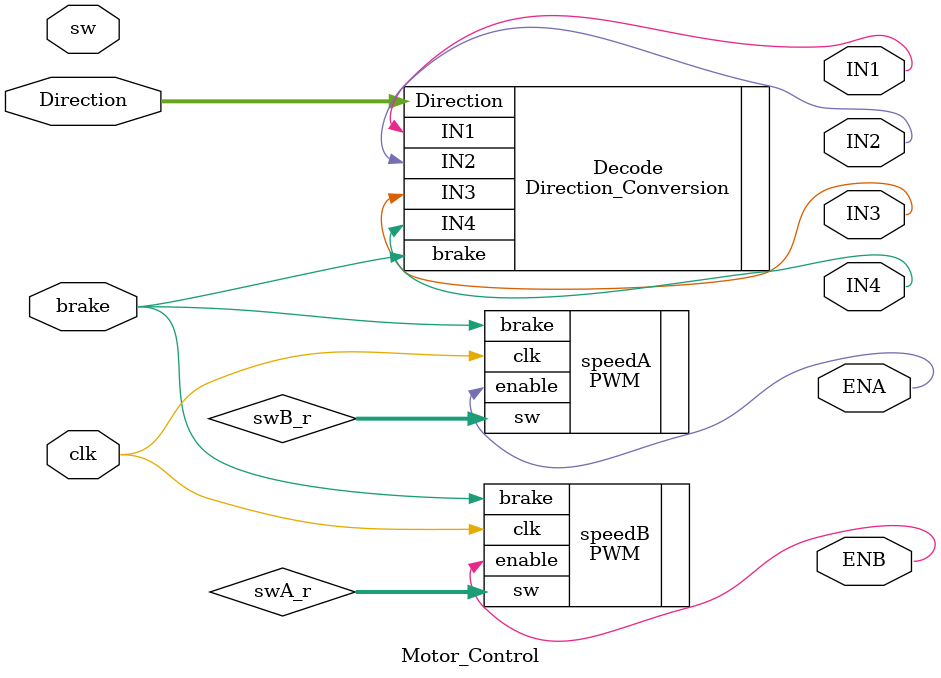
<source format=v>
`timescale 1ns / 1ps


module Motor_Control(
    input [2:0]Direction,
    input clk,
    input [5:0]sw,
    input brake,
    output IN1,
    output IN2,
    output IN3,
    output IN4,
    output ENA,
    output ENB
);

    reg [5:0] swA_r, swB_r;
    
    PWM speedB (
        .clk(clk),
        .brake(brake),
        .sw(swA_r),
        .enable(ENB)
    );
    
    PWM speedA (
        .clk(clk),
        .brake(brake),
        .sw(swB_r),
        .enable(ENA)
    );
        
    Direction_Conversion Decode (
        .Direction(Direction),
        .brake(brake),
        .IN1(IN1),
        .IN2(IN2),
        .IN3(IN3),
        .IN4(IN4)
    );
        
endmodule

</source>
